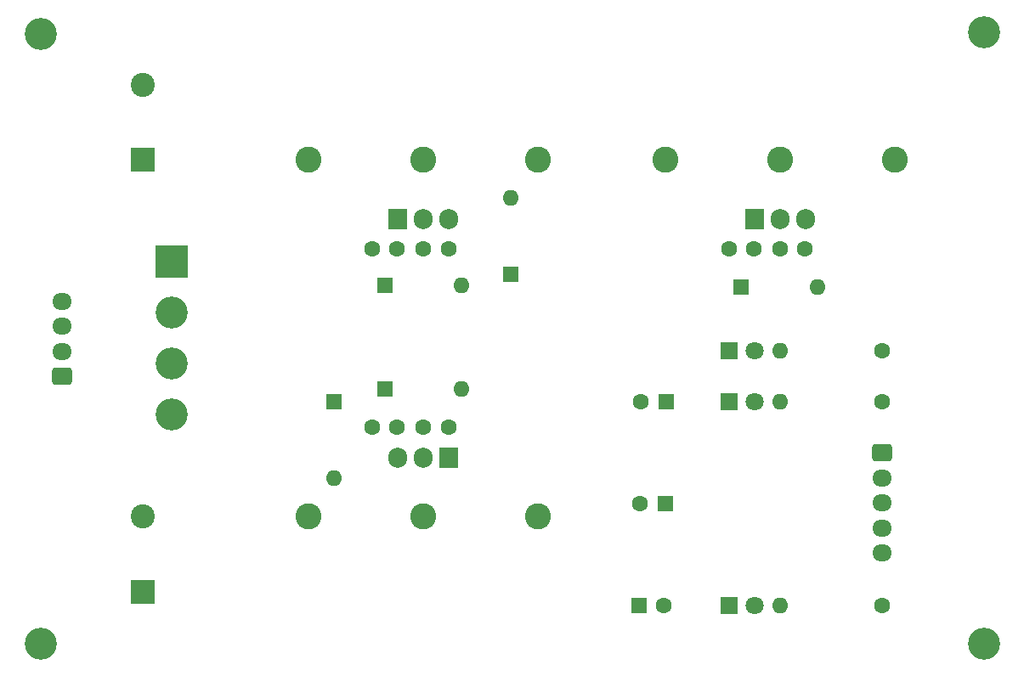
<source format=gts>
G04 #@! TF.GenerationSoftware,KiCad,Pcbnew,(6.0.11)*
G04 #@! TF.CreationDate,2023-02-03T17:13:15+09:00*
G04 #@! TF.ProjectId,12V_Dual_5V_PSU,3132565f-4475-4616-9c5f-35565f505355,Ver. 1.1*
G04 #@! TF.SameCoordinates,Original*
G04 #@! TF.FileFunction,Soldermask,Top*
G04 #@! TF.FilePolarity,Negative*
%FSLAX46Y46*%
G04 Gerber Fmt 4.6, Leading zero omitted, Abs format (unit mm)*
G04 Created by KiCad (PCBNEW (6.0.11)) date 2023-02-03 17:13:15*
%MOMM*%
%LPD*%
G01*
G04 APERTURE LIST*
G04 Aperture macros list*
%AMRoundRect*
0 Rectangle with rounded corners*
0 $1 Rounding radius*
0 $2 $3 $4 $5 $6 $7 $8 $9 X,Y pos of 4 corners*
0 Add a 4 corners polygon primitive as box body*
4,1,4,$2,$3,$4,$5,$6,$7,$8,$9,$2,$3,0*
0 Add four circle primitives for the rounded corners*
1,1,$1+$1,$2,$3*
1,1,$1+$1,$4,$5*
1,1,$1+$1,$6,$7*
1,1,$1+$1,$8,$9*
0 Add four rect primitives between the rounded corners*
20,1,$1+$1,$2,$3,$4,$5,0*
20,1,$1+$1,$4,$5,$6,$7,0*
20,1,$1+$1,$6,$7,$8,$9,0*
20,1,$1+$1,$8,$9,$2,$3,0*%
G04 Aperture macros list end*
%ADD10C,1.600000*%
%ADD11R,1.600000X1.600000*%
%ADD12O,1.600000X1.600000*%
%ADD13R,3.200000X3.200000*%
%ADD14C,3.200000*%
%ADD15RoundRect,0.250000X-0.725000X0.600000X-0.725000X-0.600000X0.725000X-0.600000X0.725000X0.600000X0*%
%ADD16O,1.950000X1.700000*%
%ADD17R,1.905000X2.000000*%
%ADD18O,1.905000X2.000000*%
%ADD19C,2.600000*%
%ADD20RoundRect,0.250000X0.725000X-0.600000X0.725000X0.600000X-0.725000X0.600000X-0.725000X-0.600000X0*%
%ADD21R,1.800000X1.800000*%
%ADD22C,1.800000*%
%ADD23R,2.400000X2.400000*%
%ADD24C,2.400000*%
G04 APERTURE END LIST*
D10*
X167640000Y-90170000D03*
X170140000Y-90170000D03*
D11*
X133350000Y-104140000D03*
D12*
X140970000Y-104140000D03*
D10*
X182880000Y-100330000D03*
D12*
X172720000Y-100330000D03*
D11*
X168900000Y-93980000D03*
D12*
X176520000Y-93980000D03*
D13*
X112110000Y-91410000D03*
D14*
X112110000Y-96490000D03*
X112110000Y-101570000D03*
X112110000Y-106650000D03*
D15*
X182880000Y-110490000D03*
D16*
X182880000Y-112990000D03*
X182880000Y-115490000D03*
X182880000Y-117990000D03*
X182880000Y-120490000D03*
D10*
X182880000Y-105410000D03*
D12*
X172720000Y-105410000D03*
D11*
X145900000Y-92710000D03*
D12*
X145900000Y-85090000D03*
D11*
X161400000Y-105410000D03*
D10*
X158900000Y-105410000D03*
D17*
X134620000Y-87195000D03*
D18*
X137160000Y-87195000D03*
X139700000Y-87195000D03*
D10*
X175220000Y-90170000D03*
X172720000Y-90170000D03*
D19*
X172720000Y-81280000D03*
X161290000Y-81280000D03*
X184150000Y-81280000D03*
D20*
X101170000Y-102870000D03*
D16*
X101170000Y-100370000D03*
X101170000Y-97870000D03*
X101170000Y-95370000D03*
D10*
X132080000Y-90170000D03*
X134580000Y-90170000D03*
D11*
X161290000Y-115570000D03*
D10*
X158790000Y-115570000D03*
D11*
X128270000Y-105410000D03*
D12*
X128270000Y-113030000D03*
D14*
X99060000Y-68720500D03*
X193040000Y-68580000D03*
D21*
X167640000Y-105410000D03*
D22*
X170180000Y-105410000D03*
D10*
X139700000Y-107950000D03*
X137200000Y-107950000D03*
D14*
X193040000Y-129540000D03*
D10*
X139700000Y-90170000D03*
X137200000Y-90170000D03*
D17*
X139700000Y-110998000D03*
D18*
X137160000Y-110998000D03*
X134620000Y-110998000D03*
D23*
X109220000Y-124340000D03*
D24*
X109220000Y-116840000D03*
D19*
X137160000Y-81280000D03*
X125730000Y-81280000D03*
X148590000Y-81280000D03*
D21*
X167640000Y-100330000D03*
D22*
X170180000Y-100330000D03*
D11*
X158690000Y-125730000D03*
D10*
X161190000Y-125730000D03*
D14*
X99060000Y-129540000D03*
D17*
X170180000Y-87155000D03*
D18*
X172720000Y-87155000D03*
X175260000Y-87155000D03*
D23*
X109220000Y-81280000D03*
D24*
X109220000Y-73780000D03*
D19*
X137160000Y-116840000D03*
X148590000Y-116840000D03*
X125730000Y-116840000D03*
D10*
X182880000Y-125730000D03*
D12*
X172720000Y-125730000D03*
D11*
X133350000Y-93830000D03*
D12*
X140970000Y-93830000D03*
D21*
X167640000Y-125730000D03*
D22*
X170180000Y-125730000D03*
D10*
X132080000Y-107950000D03*
X134580000Y-107950000D03*
M02*

</source>
